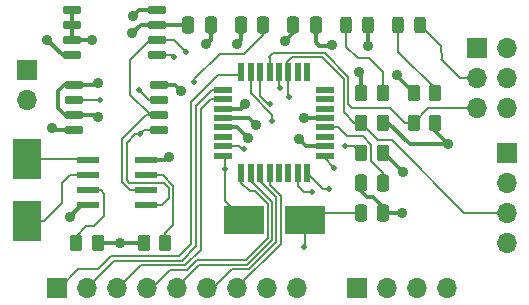
<source format=gtl>
%TF.GenerationSoftware,KiCad,Pcbnew,9.0.0*%
%TF.CreationDate,2025-03-11T16:24:46+11:00*%
%TF.ProjectId,MCU Datalogger,4d435520-4461-4746-916c-6f676765722e,1*%
%TF.SameCoordinates,Original*%
%TF.FileFunction,Copper,L1,Top*%
%TF.FilePolarity,Positive*%
%FSLAX46Y46*%
G04 Gerber Fmt 4.6, Leading zero omitted, Abs format (unit mm)*
G04 Created by KiCad (PCBNEW 9.0.0) date 2025-03-11 16:24:46*
%MOMM*%
%LPD*%
G01*
G04 APERTURE LIST*
G04 Aperture macros list*
%AMRoundRect*
0 Rectangle with rounded corners*
0 $1 Rounding radius*
0 $2 $3 $4 $5 $6 $7 $8 $9 X,Y pos of 4 corners*
0 Add a 4 corners polygon primitive as box body*
4,1,4,$2,$3,$4,$5,$6,$7,$8,$9,$2,$3,0*
0 Add four circle primitives for the rounded corners*
1,1,$1+$1,$2,$3*
1,1,$1+$1,$4,$5*
1,1,$1+$1,$6,$7*
1,1,$1+$1,$8,$9*
0 Add four rect primitives between the rounded corners*
20,1,$1+$1,$2,$3,$4,$5,0*
20,1,$1+$1,$4,$5,$6,$7,0*
20,1,$1+$1,$6,$7,$8,$9,0*
20,1,$1+$1,$8,$9,$2,$3,0*%
G04 Aperture macros list end*
%TA.AperFunction,SMDPad,CuDef*%
%ADD10R,1.970000X0.590000*%
%TD*%
%TA.AperFunction,ComponentPad*%
%ADD11R,1.700000X1.700000*%
%TD*%
%TA.AperFunction,ComponentPad*%
%ADD12O,1.700000X1.700000*%
%TD*%
%TA.AperFunction,SMDPad,CuDef*%
%ADD13RoundRect,0.250000X-0.250000X-0.475000X0.250000X-0.475000X0.250000X0.475000X-0.250000X0.475000X0*%
%TD*%
%TA.AperFunction,SMDPad,CuDef*%
%ADD14RoundRect,0.250000X0.262500X0.450000X-0.262500X0.450000X-0.262500X-0.450000X0.262500X-0.450000X0*%
%TD*%
%TA.AperFunction,SMDPad,CuDef*%
%ADD15RoundRect,0.250000X-0.262500X-0.450000X0.262500X-0.450000X0.262500X0.450000X-0.262500X0.450000X0*%
%TD*%
%TA.AperFunction,SMDPad,CuDef*%
%ADD16RoundRect,0.243750X-0.243750X-0.456250X0.243750X-0.456250X0.243750X0.456250X-0.243750X0.456250X0*%
%TD*%
%TA.AperFunction,SMDPad,CuDef*%
%ADD17RoundRect,0.150000X-0.650000X-0.150000X0.650000X-0.150000X0.650000X0.150000X-0.650000X0.150000X0*%
%TD*%
%TA.AperFunction,SMDPad,CuDef*%
%ADD18R,3.500000X2.400000*%
%TD*%
%TA.AperFunction,SMDPad,CuDef*%
%ADD19R,2.400000X3.500000*%
%TD*%
%TA.AperFunction,SMDPad,CuDef*%
%ADD20R,1.500000X0.550000*%
%TD*%
%TA.AperFunction,SMDPad,CuDef*%
%ADD21R,0.550000X1.500000*%
%TD*%
%TA.AperFunction,SMDPad,CuDef*%
%ADD22RoundRect,0.250000X0.250000X0.475000X-0.250000X0.475000X-0.250000X-0.475000X0.250000X-0.475000X0*%
%TD*%
%TA.AperFunction,ViaPad*%
%ADD23C,0.500000*%
%TD*%
%TA.AperFunction,ViaPad*%
%ADD24C,0.900000*%
%TD*%
%TA.AperFunction,Conductor*%
%ADD25C,0.150000*%
%TD*%
%TA.AperFunction,Conductor*%
%ADD26C,0.350000*%
%TD*%
G04 APERTURE END LIST*
D10*
%TO.P,U1,1,X1*%
%TO.N,Net-(U1-X1)*%
X127700000Y-81280000D03*
%TO.P,U1,2,X2*%
%TO.N,Net-(U1-X2)*%
X127700000Y-82550000D03*
%TO.P,U1,3,~{INTA}*%
%TO.N,Net-(U1-~{INTA})*%
X127700000Y-83820000D03*
%TO.P,U1,4,GND*%
%TO.N,GND*%
X127700000Y-85090000D03*
%TO.P,U1,5,SDA*%
%TO.N,/SDA*%
X132650000Y-85090000D03*
%TO.P,U1,6,SCL*%
%TO.N,/SCL*%
X132650000Y-83820000D03*
%TO.P,U1,7,SQW/~{INT}*%
%TO.N,Net-(U1-SQW{slash}~{INT})*%
X132650000Y-82550000D03*
%TO.P,U1,8,VCC*%
%TO.N,/Vcc*%
X132650000Y-81280000D03*
%TD*%
D11*
%TO.P,J4,1,Pin_1*%
%TO.N,/MOSI*%
X160650000Y-71770000D03*
D12*
%TO.P,J4,2,Pin_2*%
%TO.N,/Vcc*%
X163190000Y-71770000D03*
%TO.P,J4,3,Pin_3*%
%TO.N,/SCK*%
X160650000Y-74310000D03*
%TO.P,J4,4,Pin_4*%
%TO.N,/MISO*%
X163190000Y-74310000D03*
%TO.P,J4,5,Pin_5*%
%TO.N,/RESET*%
X160650000Y-76850000D03*
%TO.P,J4,6,Pin_6*%
%TO.N,GND*%
X163190000Y-76850000D03*
%TD*%
D11*
%TO.P,J2,1,Pin_1*%
%TO.N,/D2*%
X125105000Y-92075000D03*
D12*
%TO.P,J2,2,Pin_2*%
%TO.N,/D3*%
X127645000Y-92075000D03*
%TO.P,J2,3,Pin_3*%
%TO.N,/D4*%
X130185000Y-92075000D03*
%TO.P,J2,4,Pin_4*%
%TO.N,/D5*%
X132725000Y-92075000D03*
%TO.P,J2,5,Pin_5*%
%TO.N,/D6*%
X135265000Y-92075000D03*
%TO.P,J2,6,Pin_6*%
%TO.N,/D7*%
X137805000Y-92075000D03*
%TO.P,J2,7,Pin_7*%
%TO.N,/D8*%
X140345000Y-92075000D03*
%TO.P,J2,8,Pin_8*%
%TO.N,GND*%
X142885000Y-92075000D03*
%TO.P,J2,9,Pin_9*%
%TO.N,/Vcc*%
X145425000Y-92075000D03*
%TD*%
D13*
%TO.P,C5,1*%
%TO.N,/Vcc*%
X145100000Y-69850000D03*
%TO.P,C5,2*%
%TO.N,GND*%
X147000000Y-69850000D03*
%TD*%
D14*
%TO.P,R6,1*%
%TO.N,/Vcc*%
X157122500Y-78105000D03*
%TO.P,R6,2*%
%TO.N,/RESET*%
X155297500Y-78105000D03*
%TD*%
%TO.P,R7,1*%
%TO.N,Net-(D2-K)*%
X152677500Y-75565000D03*
%TO.P,R7,2*%
%TO.N,GND*%
X150852500Y-75565000D03*
%TD*%
D15*
%TO.P,R2,1*%
%TO.N,/Vcc*%
X132437500Y-88265000D03*
%TO.P,R2,2*%
%TO.N,Net-(U1-SQW{slash}~{INT})*%
X134262500Y-88265000D03*
%TD*%
D16*
%TO.P,D2,1,K*%
%TO.N,Net-(D2-K)*%
X149557500Y-69850000D03*
%TO.P,D2,2,A*%
%TO.N,/Vcc*%
X151432500Y-69850000D03*
%TD*%
D17*
%TO.P,U3,1,A0*%
%TO.N,/Vcc*%
X126575000Y-74930000D03*
%TO.P,U3,2,A1*%
%TO.N,Net-(U3-A1)*%
X126575000Y-76200000D03*
%TO.P,U3,3,A2*%
%TO.N,/Vcc*%
X126575000Y-77470000D03*
%TO.P,U3,4,GND*%
%TO.N,GND*%
X126575000Y-78740000D03*
%TO.P,U3,5,SDA*%
%TO.N,/SDA*%
X133775000Y-78740000D03*
%TO.P,U3,6,SCL*%
%TO.N,/SCL*%
X133775000Y-77470000D03*
%TO.P,U3,7,WP*%
%TO.N,Net-(U3-A1)*%
X133775000Y-76200000D03*
%TO.P,U3,8,VCC*%
%TO.N,/Vcc*%
X133775000Y-74930000D03*
%TD*%
D13*
%TO.P,C4,1*%
%TO.N,GND*%
X150835000Y-83185000D03*
%TO.P,C4,2*%
%TO.N,/Abc123*%
X152735000Y-83185000D03*
%TD*%
D14*
%TO.P,R1,1*%
%TO.N,/Vcc*%
X128547500Y-88265000D03*
%TO.P,R1,2*%
%TO.N,Net-(U1-~{INTA})*%
X126722500Y-88265000D03*
%TD*%
D18*
%TO.P,Y2,1,1*%
%TO.N,Net-(U4-PB7)*%
X140910000Y-86360000D03*
%TO.P,Y2,2,2*%
%TO.N,Net-(U4-PB6)*%
X146110000Y-86360000D03*
%TD*%
D19*
%TO.P,Y1,1,1*%
%TO.N,Net-(U1-X2)*%
X122555000Y-86420000D03*
%TO.P,Y1,2,2*%
%TO.N,Net-(U1-X1)*%
X122555000Y-81220000D03*
%TD*%
D13*
%TO.P,C2,1*%
%TO.N,Net-(U4-PB6)*%
X150815000Y-85725000D03*
%TO.P,C2,2*%
%TO.N,GND*%
X152715000Y-85725000D03*
%TD*%
D11*
%TO.P,J1,1,Pin_1*%
%TO.N,GND*%
X163195000Y-80645000D03*
D12*
%TO.P,J1,2,Pin_2*%
%TO.N,/Vcc*%
X163195000Y-83185000D03*
%TO.P,J1,3,Pin_3*%
%TO.N,/SDA*%
X163195000Y-85725000D03*
%TO.P,J1,4,Pin_4*%
%TO.N,/SCL*%
X163195000Y-88265000D03*
%TD*%
D14*
%TO.P,R3,1*%
%TO.N,/Vcc*%
X152677500Y-80645000D03*
%TO.P,R3,2*%
%TO.N,/SCL*%
X150852500Y-80645000D03*
%TD*%
D17*
%TO.P,U2,1,A0*%
%TO.N,/Vcc*%
X126347500Y-68580000D03*
%TO.P,U2,2,A1*%
X126347500Y-69850000D03*
%TO.P,U2,3,A2*%
X126347500Y-71120000D03*
%TO.P,U2,4,GND*%
%TO.N,GND*%
X126347500Y-72390000D03*
%TO.P,U2,5,SDA*%
%TO.N,/SDA*%
X133547500Y-72390000D03*
%TO.P,U2,6,SCL*%
%TO.N,/SCL*%
X133547500Y-71120000D03*
%TO.P,U2,7,WP*%
%TO.N,GND*%
X133547500Y-69850000D03*
%TO.P,U2,8,VCC*%
%TO.N,/Vcc*%
X133547500Y-68580000D03*
%TD*%
D11*
%TO.P,BT1,1,+*%
%TO.N,/Vcc*%
X122555000Y-73660000D03*
D12*
%TO.P,BT1,2,-*%
%TO.N,GND*%
X122555000Y-76200000D03*
%TD*%
D14*
%TO.P,R4,1*%
%TO.N,/Vcc*%
X152677500Y-78105000D03*
%TO.P,R4,2*%
%TO.N,/SDA*%
X150852500Y-78105000D03*
%TD*%
D13*
%TO.P,C3,1*%
%TO.N,GND*%
X140655000Y-69850000D03*
%TO.P,C3,2*%
%TO.N,Net-(U4-PB7)*%
X142555000Y-69850000D03*
%TD*%
D15*
%TO.P,R5,1*%
%TO.N,GND*%
X155297500Y-75565000D03*
%TO.P,R5,2*%
%TO.N,Net-(D1-K)*%
X157122500Y-75565000D03*
%TD*%
D20*
%TO.P,U4,1,PD3*%
%TO.N,/D3*%
X139210000Y-75305000D03*
%TO.P,U4,2,PD4*%
%TO.N,/D4*%
X139210000Y-76105000D03*
%TO.P,U4,3,GND*%
%TO.N,GND*%
X139210000Y-76905000D03*
%TO.P,U4,4,VCC*%
%TO.N,/Vcc*%
X139210000Y-77705000D03*
%TO.P,U4,5,GND*%
%TO.N,GND*%
X139210000Y-78505000D03*
%TO.P,U4,6,VCC*%
%TO.N,unconnected-(U4-VCC-Pad6)*%
X139210000Y-79305000D03*
%TO.P,U4,7,PB6*%
%TO.N,Net-(U4-PB6)*%
X139210000Y-80105000D03*
%TO.P,U4,8,PB7*%
%TO.N,Net-(U4-PB7)*%
X139210000Y-80905000D03*
D21*
%TO.P,U4,9,PD5*%
%TO.N,/D5*%
X140710000Y-82405000D03*
%TO.P,U4,10,PD6*%
%TO.N,/D6*%
X141510000Y-82405000D03*
%TO.P,U4,11,PD7*%
%TO.N,/D7*%
X142310000Y-82405000D03*
%TO.P,U4,12,PB0*%
%TO.N,/D8*%
X143110000Y-82405000D03*
%TO.P,U4,13,PB1*%
%TO.N,unconnected-(U4-PB1-Pad13)*%
X143910000Y-82405000D03*
%TO.P,U4,14,PB2*%
%TO.N,unconnected-(U4-PB2-Pad14)*%
X144710000Y-82405000D03*
%TO.P,U4,15,PB3*%
%TO.N,/MOSI*%
X145510000Y-82405000D03*
%TO.P,U4,16,PB4*%
%TO.N,/MISO*%
X146310000Y-82405000D03*
D20*
%TO.P,U4,17,PB5*%
%TO.N,/SCK*%
X147810000Y-80905000D03*
%TO.P,U4,18,AVCC*%
%TO.N,/Vcc*%
X147810000Y-80105000D03*
%TO.P,U4,19,ADC6*%
%TO.N,unconnected-(U4-ADC6-Pad19)*%
X147810000Y-79305000D03*
%TO.P,U4,20,AREF*%
%TO.N,/Abc123*%
X147810000Y-78505000D03*
%TO.P,U4,21,GND*%
%TO.N,GND*%
X147810000Y-77705000D03*
%TO.P,U4,22,ADC7*%
%TO.N,unconnected-(U4-ADC7-Pad22)*%
X147810000Y-76905000D03*
%TO.P,U4,23,PC0*%
%TO.N,unconnected-(U4-PC0-Pad23)*%
X147810000Y-76105000D03*
%TO.P,U4,24,PC1*%
%TO.N,unconnected-(U4-PC1-Pad24)*%
X147810000Y-75305000D03*
D21*
%TO.P,U4,25,PC2*%
%TO.N,unconnected-(U4-PC2-Pad25)*%
X146310000Y-73805000D03*
%TO.P,U4,26,PC3*%
%TO.N,unconnected-(U4-PC3-Pad26)*%
X145510000Y-73805000D03*
%TO.P,U4,27,PC4*%
%TO.N,/SDA*%
X144710000Y-73805000D03*
%TO.P,U4,28,PC5*%
%TO.N,/SCL*%
X143910000Y-73805000D03*
%TO.P,U4,29,PC6/~{RESET}*%
%TO.N,/RESET*%
X143110000Y-73805000D03*
%TO.P,U4,30,PD0*%
%TO.N,/RX*%
X142310000Y-73805000D03*
%TO.P,U4,31,PD1*%
%TO.N,/TX*%
X141510000Y-73805000D03*
%TO.P,U4,32,PD2*%
%TO.N,/D2*%
X140710000Y-73805000D03*
%TD*%
D16*
%TO.P,D1,1,K*%
%TO.N,Net-(D1-K)*%
X154002500Y-69850000D03*
%TO.P,D1,2,A*%
%TO.N,/SCK*%
X155877500Y-69850000D03*
%TD*%
D11*
%TO.P,J3,1,Pin_1*%
%TO.N,GND*%
X150505000Y-92075000D03*
D12*
%TO.P,J3,2,Pin_2*%
%TO.N,/Vcc*%
X153045000Y-92075000D03*
%TO.P,J3,3,Pin_3*%
%TO.N,/RX*%
X155585000Y-92075000D03*
%TO.P,J3,4,Pin_4*%
%TO.N,/TX*%
X158125000Y-92075000D03*
%TD*%
D22*
%TO.P,C1,1*%
%TO.N,/Vcc*%
X138110000Y-69850000D03*
%TO.P,C1,2*%
%TO.N,GND*%
X136210000Y-69850000D03*
%TD*%
D23*
%TO.N,/SCL*%
X149500000Y-80050000D03*
X143975000Y-75200000D03*
%TO.N,/SCK*%
X148600000Y-81925000D03*
%TO.N,/SCL*%
X136000000Y-72100000D03*
D24*
%TO.N,GND*%
X150700000Y-73825000D03*
X148400000Y-71500000D03*
X140325000Y-71450000D03*
X131500000Y-70550000D03*
%TO.N,/Vcc*%
X131575000Y-69100000D03*
D23*
%TO.N,Net-(U3-A1)*%
X128775000Y-76200000D03*
X132025000Y-75375000D03*
D24*
%TO.N,/Vcc*%
X130475000Y-88275000D03*
X134600000Y-80975000D03*
X135600000Y-75425000D03*
X128550000Y-74775000D03*
%TO.N,GND*%
X124275000Y-71075000D03*
X124700000Y-78550000D03*
%TO.N,/Vcc*%
X128100000Y-71100000D03*
D23*
%TO.N,/MISO*%
X148107400Y-83743800D03*
%TO.N,/MOSI*%
X146710400Y-83947000D03*
%TO.N,/RX*%
X143179800Y-76504800D03*
%TO.N,/TX*%
X143357600Y-77952600D03*
%TO.N,/SDA*%
X132181600Y-79070200D03*
X144754600Y-75895200D03*
X135001000Y-72542400D03*
%TO.N,Net-(U4-PB7)*%
X136753600Y-74625200D03*
X139319000Y-82042000D03*
%TO.N,Net-(U4-PB6)*%
X140919200Y-80340200D03*
X146050000Y-88620600D03*
D24*
%TO.N,/Vcc*%
X145618200Y-79527400D03*
X151450000Y-71625000D03*
X154432000Y-82296000D03*
X128574800Y-77647800D03*
X144424400Y-71221600D03*
X137750000Y-71450000D03*
X141960600Y-78282800D03*
X158242000Y-79933800D03*
%TO.N,GND*%
X145999200Y-77749400D03*
X126187200Y-86055200D03*
X154355800Y-85725000D03*
X141046200Y-76555600D03*
X141300200Y-79425800D03*
X153924000Y-74091800D03*
%TD*%
D25*
%TO.N,Net-(U3-A1)*%
X132875000Y-76200000D02*
X133775000Y-76200000D01*
X132025000Y-75375000D02*
X132050000Y-75375000D01*
X132050000Y-75375000D02*
X132875000Y-76200000D01*
D26*
%TO.N,GND*%
X148400000Y-71500000D02*
X148325000Y-71575000D01*
X147000000Y-71275000D02*
X147000000Y-69850000D01*
X148325000Y-71575000D02*
X147300000Y-71575000D01*
X147300000Y-71575000D02*
X147000000Y-71275000D01*
D25*
%TO.N,/RESET*%
X155297500Y-78105000D02*
X154559000Y-78105000D01*
X154559000Y-78105000D02*
X153314400Y-76860400D01*
X143110000Y-72523400D02*
X143110000Y-73805000D01*
X153314400Y-76860400D02*
X150088600Y-76860400D01*
X149758400Y-76530200D02*
X149758400Y-74218800D01*
X150088600Y-76860400D02*
X149758400Y-76530200D01*
X147764600Y-72225000D02*
X143395600Y-72225000D01*
X143103600Y-72517000D02*
X143110000Y-72523400D01*
X149758400Y-74218800D02*
X147764600Y-72225000D01*
X143395600Y-72225000D02*
X143103600Y-72517000D01*
%TO.N,/SDA*%
X150852500Y-78105000D02*
X150266400Y-78105000D01*
X149402800Y-74396600D02*
X147581200Y-72575000D01*
X150266400Y-78105000D02*
X149402800Y-77241400D01*
X144627600Y-72997400D02*
X144627600Y-73722600D01*
X149402800Y-77241400D02*
X149402800Y-74396600D01*
X147581200Y-72575000D02*
X145050000Y-72575000D01*
X145050000Y-72575000D02*
X144627600Y-72997400D01*
X144627600Y-73722600D02*
X144710000Y-73805000D01*
D26*
%TO.N,/Vcc*%
X126575000Y-74930000D02*
X128395000Y-74930000D01*
X128395000Y-74930000D02*
X128550000Y-74775000D01*
D25*
%TO.N,/SCL*%
X149500000Y-80050000D02*
X150257500Y-80050000D01*
X150257500Y-80050000D02*
X150852500Y-80645000D01*
X143910000Y-75135000D02*
X143975000Y-75200000D01*
X143910000Y-73805000D02*
X143910000Y-75135000D01*
%TO.N,/SCK*%
X147810000Y-81135000D02*
X148600000Y-81925000D01*
X147810000Y-80905000D02*
X147810000Y-81135000D01*
%TO.N,/SCL*%
X135020000Y-71120000D02*
X136000000Y-72100000D01*
X133547500Y-71120000D02*
X135020000Y-71120000D01*
D26*
%TO.N,GND*%
X150852500Y-75565000D02*
X150852500Y-73977500D01*
X150852500Y-73977500D02*
X150700000Y-73825000D01*
%TO.N,/Vcc*%
X151432500Y-69850000D02*
X151432500Y-71607500D01*
X151432500Y-71607500D02*
X151450000Y-71625000D01*
%TO.N,GND*%
X140655000Y-69850000D02*
X140655000Y-71120000D01*
X140655000Y-71120000D02*
X140325000Y-71450000D01*
%TO.N,/Vcc*%
X138110000Y-69850000D02*
X138110000Y-71090000D01*
X138110000Y-71090000D02*
X137750000Y-71450000D01*
D25*
%TO.N,Net-(U4-PB7)*%
X136753600Y-74625200D02*
X136753600Y-74396400D01*
X136753600Y-74396400D02*
X138900000Y-72250000D01*
X138900000Y-72250000D02*
X140957600Y-72250000D01*
X140957600Y-72250000D02*
X142555000Y-70652600D01*
X142555000Y-70652600D02*
X142555000Y-69850000D01*
D26*
%TO.N,GND*%
X133547500Y-69850000D02*
X132200000Y-69850000D01*
X132200000Y-69850000D02*
X131500000Y-70550000D01*
%TO.N,/Vcc*%
X133547500Y-68580000D02*
X132095000Y-68580000D01*
X132095000Y-68580000D02*
X131575000Y-69100000D01*
D25*
%TO.N,Net-(U3-A1)*%
X128775000Y-76200000D02*
X126575000Y-76200000D01*
%TO.N,/SCL*%
X133775000Y-77470000D02*
X133045000Y-77470000D01*
X131325000Y-72800000D02*
X133005000Y-71120000D01*
X133045000Y-77470000D02*
X131325000Y-75750000D01*
X131325000Y-75750000D02*
X131325000Y-72800000D01*
X133005000Y-71120000D02*
X133547500Y-71120000D01*
D26*
%TO.N,/Vcc*%
X133775000Y-74930000D02*
X135105000Y-74930000D01*
X135105000Y-74930000D02*
X135600000Y-75425000D01*
X132650000Y-81280000D02*
X134295000Y-81280000D01*
X134295000Y-81280000D02*
X134600000Y-80975000D01*
%TO.N,GND*%
X126347500Y-72390000D02*
X125590000Y-72390000D01*
X125590000Y-72390000D02*
X124275000Y-71075000D01*
X126575000Y-78740000D02*
X124890000Y-78740000D01*
X124890000Y-78740000D02*
X124700000Y-78550000D01*
%TO.N,/Vcc*%
X126347500Y-71120000D02*
X128080000Y-71120000D01*
X128080000Y-71120000D02*
X128100000Y-71100000D01*
X125196600Y-76050000D02*
X125196600Y-75463400D01*
D25*
%TO.N,/SCL*%
X132650000Y-83820000D02*
X131329611Y-83820000D01*
X131329611Y-83820000D02*
X130649000Y-83139389D01*
X130649000Y-83139389D02*
X130649000Y-79501000D01*
X130649000Y-79501000D02*
X132680000Y-77470000D01*
X132680000Y-77470000D02*
X133775000Y-77470000D01*
%TO.N,/SDA*%
X132181600Y-79070200D02*
X131724400Y-79070200D01*
X131724400Y-79070200D02*
X131000000Y-79794600D01*
X131000000Y-79794600D02*
X131000000Y-82994000D01*
X131000000Y-82994000D02*
X131216400Y-83210400D01*
X131216400Y-83210400D02*
X134188200Y-83210400D01*
X134594600Y-84505800D02*
X134035800Y-85064600D01*
X134188200Y-83210400D02*
X134594600Y-83616800D01*
X134594600Y-83616800D02*
X134594600Y-84505800D01*
X134035800Y-85064600D02*
X132675400Y-85064600D01*
X132675400Y-85064600D02*
X132650000Y-85090000D01*
%TO.N,Net-(U1-X1)*%
X122555000Y-81220000D02*
X127640000Y-81220000D01*
X127640000Y-81220000D02*
X127700000Y-81280000D01*
%TO.N,Net-(U1-X2)*%
X126212600Y-82550000D02*
X127700000Y-82550000D01*
X124019000Y-86420000D02*
X125552200Y-84886800D01*
X125552200Y-83210400D02*
X126212600Y-82550000D01*
X125552200Y-84886800D02*
X125552200Y-83210400D01*
X122555000Y-86420000D02*
X124019000Y-86420000D01*
%TO.N,Net-(U1-SQW{slash}~{INT})*%
X134262500Y-88265000D02*
X134262500Y-87479500D01*
X134262500Y-87479500D02*
X134975600Y-86766400D01*
X134975600Y-83464400D02*
X134061200Y-82550000D01*
X134061200Y-82550000D02*
X132650000Y-82550000D01*
X134975600Y-86766400D02*
X134975600Y-83464400D01*
%TO.N,Net-(U1-~{INTA})*%
X127584200Y-86893400D02*
X128244600Y-86893400D01*
X126722500Y-87755100D02*
X127584200Y-86893400D01*
X129133600Y-84124800D02*
X128828800Y-83820000D01*
X128244600Y-86893400D02*
X129133600Y-86004400D01*
X128828800Y-83820000D02*
X127700000Y-83820000D01*
X129133600Y-86004400D02*
X129133600Y-84124800D01*
X126722500Y-88265000D02*
X126722500Y-87755100D01*
%TO.N,/RESET*%
X160650000Y-76850000D02*
X156552500Y-76850000D01*
X156552500Y-76850000D02*
X155297500Y-78105000D01*
%TO.N,/MISO*%
X147648800Y-83743800D02*
X146310000Y-82405000D01*
X148107400Y-83743800D02*
X147648800Y-83743800D01*
%TO.N,/MOSI*%
X146710400Y-83947000D02*
X145999200Y-83947000D01*
X145999200Y-83947000D02*
X145510000Y-83457800D01*
X145510000Y-83457800D02*
X145510000Y-82405000D01*
%TO.N,/RX*%
X143002000Y-76504800D02*
X142310000Y-75812800D01*
X142310000Y-75812800D02*
X142310000Y-73805000D01*
X143179800Y-76504800D02*
X143002000Y-76504800D01*
%TO.N,/TX*%
X143357600Y-77952600D02*
X143357600Y-77444600D01*
X141510000Y-75597000D02*
X141510000Y-73805000D01*
X143357600Y-77444600D02*
X141510000Y-75597000D01*
%TO.N,/D3*%
X129971800Y-89789000D02*
X135686800Y-89789000D01*
X138258200Y-75305000D02*
X139210000Y-75305000D01*
X136906000Y-88569800D02*
X136906000Y-76657200D01*
X127685800Y-92075000D02*
X129971800Y-89789000D01*
X136906000Y-76657200D02*
X138258200Y-75305000D01*
X135686800Y-89789000D02*
X136906000Y-88569800D01*
X127645000Y-92075000D02*
X127685800Y-92075000D01*
%TO.N,/D8*%
X143110000Y-83343800D02*
X143110000Y-82405000D01*
X140345000Y-92039600D02*
X144043400Y-88341200D01*
X144043400Y-84277200D02*
X143110000Y-83343800D01*
X144043400Y-88341200D02*
X144043400Y-84277200D01*
X140345000Y-92075000D02*
X140345000Y-92039600D01*
%TO.N,/D6*%
X141510000Y-83039200D02*
X141510000Y-82405000D01*
X143332200Y-88036400D02*
X143332200Y-84861400D01*
X135265000Y-92075000D02*
X135265000Y-92014200D01*
X137109200Y-90170000D02*
X141198600Y-90170000D01*
X135265000Y-92014200D02*
X137109200Y-90170000D01*
X141198600Y-90170000D02*
X143332200Y-88036400D01*
X143332200Y-84861400D02*
X141510000Y-83039200D01*
%TO.N,/D2*%
X136499600Y-88341200D02*
X136499600Y-76352400D01*
X125105000Y-92075000D02*
X125349000Y-92075000D01*
X136499600Y-76352400D02*
X138760200Y-74091800D01*
X129717800Y-89408000D02*
X135432800Y-89408000D01*
X125349000Y-92075000D02*
X126898400Y-90525600D01*
X138760200Y-74091800D02*
X140423200Y-74091800D01*
X135432800Y-89408000D02*
X136499600Y-88341200D01*
X140423200Y-74091800D02*
X140710000Y-73805000D01*
X128600200Y-90525600D02*
X129717800Y-89408000D01*
X126898400Y-90525600D02*
X128600200Y-90525600D01*
%TO.N,/D4*%
X137287000Y-88849200D02*
X137287000Y-76936600D01*
X138118600Y-76105000D02*
X139210000Y-76105000D01*
X135966200Y-90170000D02*
X137287000Y-88849200D01*
X137287000Y-76936600D02*
X138118600Y-76105000D01*
X130302000Y-92075000D02*
X132207000Y-90170000D01*
X132207000Y-90170000D02*
X135966200Y-90170000D01*
X130185000Y-92075000D02*
X130302000Y-92075000D01*
%TO.N,/D7*%
X142310000Y-83051800D02*
X142310000Y-82405000D01*
X137805000Y-92075000D02*
X138353800Y-92075000D01*
X141351000Y-90525600D02*
X143687800Y-88188800D01*
X143687800Y-88188800D02*
X143687800Y-84429600D01*
X138353800Y-92075000D02*
X139903200Y-90525600D01*
X143687800Y-84429600D02*
X142310000Y-83051800D01*
X139903200Y-90525600D02*
X141351000Y-90525600D01*
%TO.N,/D5*%
X136144000Y-90576400D02*
X136956800Y-89763600D01*
X140710000Y-83204400D02*
X140710000Y-82405000D01*
X142982200Y-85019400D02*
X141884400Y-83921600D01*
X141884400Y-83921600D02*
X141427200Y-83921600D01*
X133146800Y-92075000D02*
X134645400Y-90576400D01*
X136956800Y-89763600D02*
X141097000Y-89763600D01*
X134645400Y-90576400D02*
X136144000Y-90576400D01*
X132725000Y-92075000D02*
X133146800Y-92075000D01*
X141427200Y-83921600D02*
X140710000Y-83204400D01*
X142982200Y-87878400D02*
X142982200Y-85019400D01*
X141097000Y-89763600D02*
X142982200Y-87878400D01*
%TO.N,/SDA*%
X163195000Y-85725000D02*
X159588200Y-85725000D01*
X133547500Y-72390000D02*
X134848600Y-72390000D01*
X152325700Y-79578200D02*
X150852500Y-78105000D01*
X133775000Y-78740000D02*
X132511800Y-78740000D01*
X134848600Y-72390000D02*
X135001000Y-72542400D01*
X144754600Y-75895200D02*
X144710000Y-75850600D01*
X132511800Y-78740000D02*
X132181600Y-79070200D01*
X153441400Y-79578200D02*
X152325700Y-79578200D01*
X159588200Y-85725000D02*
X153441400Y-79578200D01*
X144710000Y-75850600D02*
X144710000Y-73805000D01*
%TO.N,Net-(D2-K)*%
X149557500Y-71655700D02*
X149557500Y-69850000D01*
X152677500Y-75565000D02*
X152677500Y-73835900D01*
X151511000Y-72669400D02*
X150571200Y-72669400D01*
X152677500Y-73835900D02*
X151511000Y-72669400D01*
X150571200Y-72669400D02*
X149557500Y-71655700D01*
%TO.N,Net-(D1-K)*%
X154002500Y-69850000D02*
X154002500Y-72087500D01*
X154002500Y-72087500D02*
X157274900Y-75359900D01*
%TO.N,/SCK*%
X157657800Y-72720200D02*
X157683200Y-72694800D01*
X159247600Y-74310000D02*
X157657800Y-72720200D01*
X157683200Y-72694800D02*
X157657800Y-71630300D01*
X160650000Y-74310000D02*
X159247600Y-74310000D01*
X157657800Y-71630300D02*
X155877500Y-69850000D01*
%TO.N,/Abc123*%
X149656800Y-79273400D02*
X148888400Y-78505000D01*
X148888400Y-78505000D02*
X147810000Y-78505000D01*
X151003000Y-79273400D02*
X149656800Y-79273400D01*
X151714200Y-79984600D02*
X151003000Y-79273400D01*
X151714200Y-81356200D02*
X151714200Y-79984600D01*
X152735000Y-83185000D02*
X152735000Y-82377000D01*
X152735000Y-82377000D02*
X151714200Y-81356200D01*
%TO.N,Net-(U4-PB7)*%
X139319000Y-81014000D02*
X139210000Y-80905000D01*
X139319000Y-82042000D02*
X139319000Y-81014000D01*
X139319000Y-84769000D02*
X139319000Y-82042000D01*
X140910000Y-86360000D02*
X139319000Y-84769000D01*
%TO.N,Net-(U4-PB6)*%
X146745000Y-85725000D02*
X146110000Y-86360000D01*
X150815000Y-85725000D02*
X146745000Y-85725000D01*
X146050000Y-88620600D02*
X146110000Y-88560600D01*
X146110000Y-88560600D02*
X146110000Y-86360000D01*
X139254200Y-80060800D02*
X139210000Y-80105000D01*
X140766800Y-80340200D02*
X140487400Y-80060800D01*
X140919200Y-80340200D02*
X140766800Y-80340200D01*
X140487400Y-80060800D02*
X139254200Y-80060800D01*
D26*
%TO.N,/Vcc*%
X126575000Y-77470000D02*
X128397000Y-77470000D01*
X125196600Y-75463400D02*
X125730000Y-74930000D01*
X145100000Y-69850000D02*
X145100000Y-70546000D01*
X125196600Y-76885800D02*
X125196600Y-76050000D01*
X145100000Y-70546000D02*
X144424400Y-71221600D01*
X130479800Y-88265000D02*
X132437500Y-88265000D01*
X125730000Y-74930000D02*
X126575000Y-74930000D01*
X153162000Y-78105000D02*
X154990800Y-79933800D01*
X126575000Y-77470000D02*
X125780800Y-77470000D01*
X157122500Y-78814300D02*
X158242000Y-79933800D01*
X152677500Y-78105000D02*
X153162000Y-78105000D01*
X152677500Y-80645000D02*
X152781000Y-80645000D01*
X141382800Y-77705000D02*
X139210000Y-77705000D01*
X141960600Y-78282800D02*
X141382800Y-77705000D01*
X157122500Y-78105000D02*
X157122500Y-78814300D01*
X128547500Y-88265000D02*
X130479800Y-88265000D01*
X126347500Y-69850000D02*
X126347500Y-71120000D01*
X125780800Y-77470000D02*
X125196600Y-76885800D01*
X146195800Y-80105000D02*
X145618200Y-79527400D01*
X154990800Y-79933800D02*
X158242000Y-79933800D01*
X128397000Y-77470000D02*
X128574800Y-77647800D01*
X126347500Y-68580000D02*
X126347500Y-69850000D01*
X147810000Y-80105000D02*
X146195800Y-80105000D01*
X152781000Y-80645000D02*
X154432000Y-82296000D01*
%TO.N,GND*%
X133547500Y-69850000D02*
X136210000Y-69850000D01*
X141300200Y-79425800D02*
X140379400Y-78505000D01*
X147810000Y-77705000D02*
X146043600Y-77705000D01*
X139210000Y-76905000D02*
X140696800Y-76905000D01*
X140379400Y-78505000D02*
X139210000Y-78505000D01*
X140696800Y-76905000D02*
X141046200Y-76555600D01*
X152715000Y-85725000D02*
X152715000Y-85278000D01*
X152715000Y-85278000D02*
X151866600Y-84429600D01*
X153924000Y-74191500D02*
X155297500Y-75565000D01*
X152715000Y-85725000D02*
X154355800Y-85725000D01*
X127700000Y-85090000D02*
X127152400Y-85090000D01*
X150835000Y-83906000D02*
X150835000Y-83185000D01*
X153924000Y-74091800D02*
X153924000Y-74191500D01*
X151866600Y-84429600D02*
X151358600Y-84429600D01*
X127152400Y-85090000D02*
X126187200Y-86055200D01*
X151358600Y-84429600D02*
X150835000Y-83906000D01*
X146043600Y-77705000D02*
X145999200Y-77749400D01*
%TD*%
M02*

</source>
